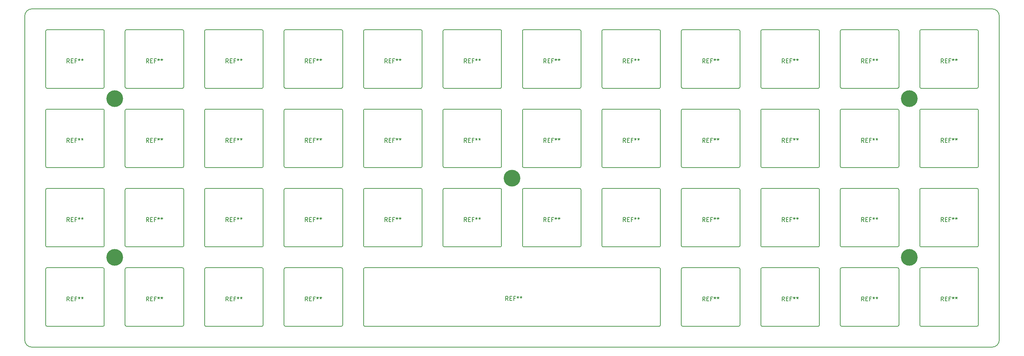
<source format=gtl>
G04 #@! TF.GenerationSoftware,KiCad,Pcbnew,5.0.1*
G04 #@! TF.CreationDate,2019-03-13T00:05:53-03:00*
G04 #@! TF.ProjectId,universal,756E6976657273616C2E6B696361645F,V3.0.7*
G04 #@! TF.SameCoordinates,Original*
G04 #@! TF.FileFunction,Copper,L1,Top,Signal*
G04 #@! TF.FilePolarity,Positive*
%FSLAX46Y46*%
G04 Gerber Fmt 4.6, Leading zero omitted, Abs format (unit mm)*
G04 Created by KiCad (PCBNEW 5.0.1) date Wed 13 Mar 2019 12:05:53 AM -03*
%MOMM*%
%LPD*%
G01*
G04 APERTURE LIST*
G04 #@! TA.AperFunction,NonConductor*
%ADD10C,0.150000*%
G04 #@! TD*
%ADD11C,0.150000*%
G04 #@! TA.AperFunction,EtchedComponent*
%ADD12C,0.150000*%
G04 #@! TD*
G04 #@! TA.AperFunction,ViaPad*
%ADD13C,4.000000*%
G04 #@! TD*
G04 APERTURE END LIST*
D10*
X31939170Y-64000682D02*
G75*
G02X33720426Y-62219426I1781256J0D01*
G01*
X31939170Y-64000682D02*
X31939170Y-141485318D01*
X33720426Y-143266574D02*
G75*
G02X31939170Y-141485318I0J1781256D01*
G01*
X264986830Y-141485318D02*
X264986830Y-64000682D01*
X264986830Y-141485318D02*
G75*
G02X263205574Y-143266574I-1781256J0D01*
G01*
X263205574Y-62219426D02*
G75*
G02X264986830Y-64000682I0J-1781256D01*
G01*
X33720426Y-143266574D02*
X263205574Y-143266574D01*
X33720426Y-62219426D02*
X263205574Y-62219426D01*
G04 #@! TO.C,REF\002A\002A*
D11*
X232629666Y-132195380D02*
X232296333Y-131719190D01*
X232058238Y-132195380D02*
X232058238Y-131195380D01*
X232439190Y-131195380D01*
X232534428Y-131243000D01*
X232582047Y-131290619D01*
X232629666Y-131385857D01*
X232629666Y-131528714D01*
X232582047Y-131623952D01*
X232534428Y-131671571D01*
X232439190Y-131719190D01*
X232058238Y-131719190D01*
X233058238Y-131671571D02*
X233391571Y-131671571D01*
X233534428Y-132195380D02*
X233058238Y-132195380D01*
X233058238Y-131195380D01*
X233534428Y-131195380D01*
X234296333Y-131671571D02*
X233963000Y-131671571D01*
X233963000Y-132195380D02*
X233963000Y-131195380D01*
X234439190Y-131195380D01*
X234963000Y-131195380D02*
X234963000Y-131433476D01*
X234724904Y-131338238D02*
X234963000Y-131433476D01*
X235201095Y-131338238D01*
X234820142Y-131623952D02*
X234963000Y-131433476D01*
X235105857Y-131623952D01*
X235724904Y-131195380D02*
X235724904Y-131433476D01*
X235486809Y-131338238D02*
X235724904Y-131433476D01*
X235963000Y-131338238D01*
X235582047Y-131623952D02*
X235724904Y-131433476D01*
X235867761Y-131623952D01*
X232629666Y-113195380D02*
X232296333Y-112719190D01*
X232058238Y-113195380D02*
X232058238Y-112195380D01*
X232439190Y-112195380D01*
X232534428Y-112243000D01*
X232582047Y-112290619D01*
X232629666Y-112385857D01*
X232629666Y-112528714D01*
X232582047Y-112623952D01*
X232534428Y-112671571D01*
X232439190Y-112719190D01*
X232058238Y-112719190D01*
X233058238Y-112671571D02*
X233391571Y-112671571D01*
X233534428Y-113195380D02*
X233058238Y-113195380D01*
X233058238Y-112195380D01*
X233534428Y-112195380D01*
X234296333Y-112671571D02*
X233963000Y-112671571D01*
X233963000Y-113195380D02*
X233963000Y-112195380D01*
X234439190Y-112195380D01*
X234963000Y-112195380D02*
X234963000Y-112433476D01*
X234724904Y-112338238D02*
X234963000Y-112433476D01*
X235201095Y-112338238D01*
X234820142Y-112623952D02*
X234963000Y-112433476D01*
X235105857Y-112623952D01*
X235724904Y-112195380D02*
X235724904Y-112433476D01*
X235486809Y-112338238D02*
X235724904Y-112433476D01*
X235963000Y-112338238D01*
X235582047Y-112623952D02*
X235724904Y-112433476D01*
X235867761Y-112623952D01*
X232629666Y-75195380D02*
X232296333Y-74719190D01*
X232058238Y-75195380D02*
X232058238Y-74195380D01*
X232439190Y-74195380D01*
X232534428Y-74243000D01*
X232582047Y-74290619D01*
X232629666Y-74385857D01*
X232629666Y-74528714D01*
X232582047Y-74623952D01*
X232534428Y-74671571D01*
X232439190Y-74719190D01*
X232058238Y-74719190D01*
X233058238Y-74671571D02*
X233391571Y-74671571D01*
X233534428Y-75195380D02*
X233058238Y-75195380D01*
X233058238Y-74195380D01*
X233534428Y-74195380D01*
X234296333Y-74671571D02*
X233963000Y-74671571D01*
X233963000Y-75195380D02*
X233963000Y-74195380D01*
X234439190Y-74195380D01*
X234963000Y-74195380D02*
X234963000Y-74433476D01*
X234724904Y-74338238D02*
X234963000Y-74433476D01*
X235201095Y-74338238D01*
X234820142Y-74623952D02*
X234963000Y-74433476D01*
X235105857Y-74623952D01*
X235724904Y-74195380D02*
X235724904Y-74433476D01*
X235486809Y-74338238D02*
X235724904Y-74433476D01*
X235963000Y-74338238D01*
X235582047Y-74623952D02*
X235724904Y-74433476D01*
X235867761Y-74623952D01*
X80629666Y-132195380D02*
X80296333Y-131719190D01*
X80058238Y-132195380D02*
X80058238Y-131195380D01*
X80439190Y-131195380D01*
X80534428Y-131243000D01*
X80582047Y-131290619D01*
X80629666Y-131385857D01*
X80629666Y-131528714D01*
X80582047Y-131623952D01*
X80534428Y-131671571D01*
X80439190Y-131719190D01*
X80058238Y-131719190D01*
X81058238Y-131671571D02*
X81391571Y-131671571D01*
X81534428Y-132195380D02*
X81058238Y-132195380D01*
X81058238Y-131195380D01*
X81534428Y-131195380D01*
X82296333Y-131671571D02*
X81963000Y-131671571D01*
X81963000Y-132195380D02*
X81963000Y-131195380D01*
X82439190Y-131195380D01*
X82963000Y-131195380D02*
X82963000Y-131433476D01*
X82724904Y-131338238D02*
X82963000Y-131433476D01*
X83201095Y-131338238D01*
X82820142Y-131623952D02*
X82963000Y-131433476D01*
X83105857Y-131623952D01*
X83724904Y-131195380D02*
X83724904Y-131433476D01*
X83486809Y-131338238D02*
X83724904Y-131433476D01*
X83963000Y-131338238D01*
X83582047Y-131623952D02*
X83724904Y-131433476D01*
X83867761Y-131623952D01*
X251629666Y-132195380D02*
X251296333Y-131719190D01*
X251058238Y-132195380D02*
X251058238Y-131195380D01*
X251439190Y-131195380D01*
X251534428Y-131243000D01*
X251582047Y-131290619D01*
X251629666Y-131385857D01*
X251629666Y-131528714D01*
X251582047Y-131623952D01*
X251534428Y-131671571D01*
X251439190Y-131719190D01*
X251058238Y-131719190D01*
X252058238Y-131671571D02*
X252391571Y-131671571D01*
X252534428Y-132195380D02*
X252058238Y-132195380D01*
X252058238Y-131195380D01*
X252534428Y-131195380D01*
X253296333Y-131671571D02*
X252963000Y-131671571D01*
X252963000Y-132195380D02*
X252963000Y-131195380D01*
X253439190Y-131195380D01*
X253963000Y-131195380D02*
X253963000Y-131433476D01*
X253724904Y-131338238D02*
X253963000Y-131433476D01*
X254201095Y-131338238D01*
X253820142Y-131623952D02*
X253963000Y-131433476D01*
X254105857Y-131623952D01*
X254724904Y-131195380D02*
X254724904Y-131433476D01*
X254486809Y-131338238D02*
X254724904Y-131433476D01*
X254963000Y-131338238D01*
X254582047Y-131623952D02*
X254724904Y-131433476D01*
X254867761Y-131623952D01*
X194629666Y-132195380D02*
X194296333Y-131719190D01*
X194058238Y-132195380D02*
X194058238Y-131195380D01*
X194439190Y-131195380D01*
X194534428Y-131243000D01*
X194582047Y-131290619D01*
X194629666Y-131385857D01*
X194629666Y-131528714D01*
X194582047Y-131623952D01*
X194534428Y-131671571D01*
X194439190Y-131719190D01*
X194058238Y-131719190D01*
X195058238Y-131671571D02*
X195391571Y-131671571D01*
X195534428Y-132195380D02*
X195058238Y-132195380D01*
X195058238Y-131195380D01*
X195534428Y-131195380D01*
X196296333Y-131671571D02*
X195963000Y-131671571D01*
X195963000Y-132195380D02*
X195963000Y-131195380D01*
X196439190Y-131195380D01*
X196963000Y-131195380D02*
X196963000Y-131433476D01*
X196724904Y-131338238D02*
X196963000Y-131433476D01*
X197201095Y-131338238D01*
X196820142Y-131623952D02*
X196963000Y-131433476D01*
X197105857Y-131623952D01*
X197724904Y-131195380D02*
X197724904Y-131433476D01*
X197486809Y-131338238D02*
X197724904Y-131433476D01*
X197963000Y-131338238D01*
X197582047Y-131623952D02*
X197724904Y-131433476D01*
X197867761Y-131623952D01*
X99629666Y-132195380D02*
X99296333Y-131719190D01*
X99058238Y-132195380D02*
X99058238Y-131195380D01*
X99439190Y-131195380D01*
X99534428Y-131243000D01*
X99582047Y-131290619D01*
X99629666Y-131385857D01*
X99629666Y-131528714D01*
X99582047Y-131623952D01*
X99534428Y-131671571D01*
X99439190Y-131719190D01*
X99058238Y-131719190D01*
X100058238Y-131671571D02*
X100391571Y-131671571D01*
X100534428Y-132195380D02*
X100058238Y-132195380D01*
X100058238Y-131195380D01*
X100534428Y-131195380D01*
X101296333Y-131671571D02*
X100963000Y-131671571D01*
X100963000Y-132195380D02*
X100963000Y-131195380D01*
X101439190Y-131195380D01*
X101963000Y-131195380D02*
X101963000Y-131433476D01*
X101724904Y-131338238D02*
X101963000Y-131433476D01*
X102201095Y-131338238D01*
X101820142Y-131623952D02*
X101963000Y-131433476D01*
X102105857Y-131623952D01*
X102724904Y-131195380D02*
X102724904Y-131433476D01*
X102486809Y-131338238D02*
X102724904Y-131433476D01*
X102963000Y-131338238D01*
X102582047Y-131623952D02*
X102724904Y-131433476D01*
X102867761Y-131623952D01*
X213629666Y-132195380D02*
X213296333Y-131719190D01*
X213058238Y-132195380D02*
X213058238Y-131195380D01*
X213439190Y-131195380D01*
X213534428Y-131243000D01*
X213582047Y-131290619D01*
X213629666Y-131385857D01*
X213629666Y-131528714D01*
X213582047Y-131623952D01*
X213534428Y-131671571D01*
X213439190Y-131719190D01*
X213058238Y-131719190D01*
X214058238Y-131671571D02*
X214391571Y-131671571D01*
X214534428Y-132195380D02*
X214058238Y-132195380D01*
X214058238Y-131195380D01*
X214534428Y-131195380D01*
X215296333Y-131671571D02*
X214963000Y-131671571D01*
X214963000Y-132195380D02*
X214963000Y-131195380D01*
X215439190Y-131195380D01*
X215963000Y-131195380D02*
X215963000Y-131433476D01*
X215724904Y-131338238D02*
X215963000Y-131433476D01*
X216201095Y-131338238D01*
X215820142Y-131623952D02*
X215963000Y-131433476D01*
X216105857Y-131623952D01*
X216724904Y-131195380D02*
X216724904Y-131433476D01*
X216486809Y-131338238D02*
X216724904Y-131433476D01*
X216963000Y-131338238D01*
X216582047Y-131623952D02*
X216724904Y-131433476D01*
X216867761Y-131623952D01*
X61629666Y-132195380D02*
X61296333Y-131719190D01*
X61058238Y-132195380D02*
X61058238Y-131195380D01*
X61439190Y-131195380D01*
X61534428Y-131243000D01*
X61582047Y-131290619D01*
X61629666Y-131385857D01*
X61629666Y-131528714D01*
X61582047Y-131623952D01*
X61534428Y-131671571D01*
X61439190Y-131719190D01*
X61058238Y-131719190D01*
X62058238Y-131671571D02*
X62391571Y-131671571D01*
X62534428Y-132195380D02*
X62058238Y-132195380D01*
X62058238Y-131195380D01*
X62534428Y-131195380D01*
X63296333Y-131671571D02*
X62963000Y-131671571D01*
X62963000Y-132195380D02*
X62963000Y-131195380D01*
X63439190Y-131195380D01*
X63963000Y-131195380D02*
X63963000Y-131433476D01*
X63724904Y-131338238D02*
X63963000Y-131433476D01*
X64201095Y-131338238D01*
X63820142Y-131623952D02*
X63963000Y-131433476D01*
X64105857Y-131623952D01*
X64724904Y-131195380D02*
X64724904Y-131433476D01*
X64486809Y-131338238D02*
X64724904Y-131433476D01*
X64963000Y-131338238D01*
X64582047Y-131623952D02*
X64724904Y-131433476D01*
X64867761Y-131623952D01*
X42629666Y-132195380D02*
X42296333Y-131719190D01*
X42058238Y-132195380D02*
X42058238Y-131195380D01*
X42439190Y-131195380D01*
X42534428Y-131243000D01*
X42582047Y-131290619D01*
X42629666Y-131385857D01*
X42629666Y-131528714D01*
X42582047Y-131623952D01*
X42534428Y-131671571D01*
X42439190Y-131719190D01*
X42058238Y-131719190D01*
X43058238Y-131671571D02*
X43391571Y-131671571D01*
X43534428Y-132195380D02*
X43058238Y-132195380D01*
X43058238Y-131195380D01*
X43534428Y-131195380D01*
X44296333Y-131671571D02*
X43963000Y-131671571D01*
X43963000Y-132195380D02*
X43963000Y-131195380D01*
X44439190Y-131195380D01*
X44963000Y-131195380D02*
X44963000Y-131433476D01*
X44724904Y-131338238D02*
X44963000Y-131433476D01*
X45201095Y-131338238D01*
X44820142Y-131623952D02*
X44963000Y-131433476D01*
X45105857Y-131623952D01*
X45724904Y-131195380D02*
X45724904Y-131433476D01*
X45486809Y-131338238D02*
X45724904Y-131433476D01*
X45963000Y-131338238D01*
X45582047Y-131623952D02*
X45724904Y-131433476D01*
X45867761Y-131623952D01*
X194629666Y-113195380D02*
X194296333Y-112719190D01*
X194058238Y-113195380D02*
X194058238Y-112195380D01*
X194439190Y-112195380D01*
X194534428Y-112243000D01*
X194582047Y-112290619D01*
X194629666Y-112385857D01*
X194629666Y-112528714D01*
X194582047Y-112623952D01*
X194534428Y-112671571D01*
X194439190Y-112719190D01*
X194058238Y-112719190D01*
X195058238Y-112671571D02*
X195391571Y-112671571D01*
X195534428Y-113195380D02*
X195058238Y-113195380D01*
X195058238Y-112195380D01*
X195534428Y-112195380D01*
X196296333Y-112671571D02*
X195963000Y-112671571D01*
X195963000Y-113195380D02*
X195963000Y-112195380D01*
X196439190Y-112195380D01*
X196963000Y-112195380D02*
X196963000Y-112433476D01*
X196724904Y-112338238D02*
X196963000Y-112433476D01*
X197201095Y-112338238D01*
X196820142Y-112623952D02*
X196963000Y-112433476D01*
X197105857Y-112623952D01*
X197724904Y-112195380D02*
X197724904Y-112433476D01*
X197486809Y-112338238D02*
X197724904Y-112433476D01*
X197963000Y-112338238D01*
X197582047Y-112623952D02*
X197724904Y-112433476D01*
X197867761Y-112623952D01*
X251629666Y-113195380D02*
X251296333Y-112719190D01*
X251058238Y-113195380D02*
X251058238Y-112195380D01*
X251439190Y-112195380D01*
X251534428Y-112243000D01*
X251582047Y-112290619D01*
X251629666Y-112385857D01*
X251629666Y-112528714D01*
X251582047Y-112623952D01*
X251534428Y-112671571D01*
X251439190Y-112719190D01*
X251058238Y-112719190D01*
X252058238Y-112671571D02*
X252391571Y-112671571D01*
X252534428Y-113195380D02*
X252058238Y-113195380D01*
X252058238Y-112195380D01*
X252534428Y-112195380D01*
X253296333Y-112671571D02*
X252963000Y-112671571D01*
X252963000Y-113195380D02*
X252963000Y-112195380D01*
X253439190Y-112195380D01*
X253963000Y-112195380D02*
X253963000Y-112433476D01*
X253724904Y-112338238D02*
X253963000Y-112433476D01*
X254201095Y-112338238D01*
X253820142Y-112623952D02*
X253963000Y-112433476D01*
X254105857Y-112623952D01*
X254724904Y-112195380D02*
X254724904Y-112433476D01*
X254486809Y-112338238D02*
X254724904Y-112433476D01*
X254963000Y-112338238D01*
X254582047Y-112623952D02*
X254724904Y-112433476D01*
X254867761Y-112623952D01*
X80629666Y-113195380D02*
X80296333Y-112719190D01*
X80058238Y-113195380D02*
X80058238Y-112195380D01*
X80439190Y-112195380D01*
X80534428Y-112243000D01*
X80582047Y-112290619D01*
X80629666Y-112385857D01*
X80629666Y-112528714D01*
X80582047Y-112623952D01*
X80534428Y-112671571D01*
X80439190Y-112719190D01*
X80058238Y-112719190D01*
X81058238Y-112671571D02*
X81391571Y-112671571D01*
X81534428Y-113195380D02*
X81058238Y-113195380D01*
X81058238Y-112195380D01*
X81534428Y-112195380D01*
X82296333Y-112671571D02*
X81963000Y-112671571D01*
X81963000Y-113195380D02*
X81963000Y-112195380D01*
X82439190Y-112195380D01*
X82963000Y-112195380D02*
X82963000Y-112433476D01*
X82724904Y-112338238D02*
X82963000Y-112433476D01*
X83201095Y-112338238D01*
X82820142Y-112623952D02*
X82963000Y-112433476D01*
X83105857Y-112623952D01*
X83724904Y-112195380D02*
X83724904Y-112433476D01*
X83486809Y-112338238D02*
X83724904Y-112433476D01*
X83963000Y-112338238D01*
X83582047Y-112623952D02*
X83724904Y-112433476D01*
X83867761Y-112623952D01*
X175629666Y-113195380D02*
X175296333Y-112719190D01*
X175058238Y-113195380D02*
X175058238Y-112195380D01*
X175439190Y-112195380D01*
X175534428Y-112243000D01*
X175582047Y-112290619D01*
X175629666Y-112385857D01*
X175629666Y-112528714D01*
X175582047Y-112623952D01*
X175534428Y-112671571D01*
X175439190Y-112719190D01*
X175058238Y-112719190D01*
X176058238Y-112671571D02*
X176391571Y-112671571D01*
X176534428Y-113195380D02*
X176058238Y-113195380D01*
X176058238Y-112195380D01*
X176534428Y-112195380D01*
X177296333Y-112671571D02*
X176963000Y-112671571D01*
X176963000Y-113195380D02*
X176963000Y-112195380D01*
X177439190Y-112195380D01*
X177963000Y-112195380D02*
X177963000Y-112433476D01*
X177724904Y-112338238D02*
X177963000Y-112433476D01*
X178201095Y-112338238D01*
X177820142Y-112623952D02*
X177963000Y-112433476D01*
X178105857Y-112623952D01*
X178724904Y-112195380D02*
X178724904Y-112433476D01*
X178486809Y-112338238D02*
X178724904Y-112433476D01*
X178963000Y-112338238D01*
X178582047Y-112623952D02*
X178724904Y-112433476D01*
X178867761Y-112623952D01*
X61629666Y-113195380D02*
X61296333Y-112719190D01*
X61058238Y-113195380D02*
X61058238Y-112195380D01*
X61439190Y-112195380D01*
X61534428Y-112243000D01*
X61582047Y-112290619D01*
X61629666Y-112385857D01*
X61629666Y-112528714D01*
X61582047Y-112623952D01*
X61534428Y-112671571D01*
X61439190Y-112719190D01*
X61058238Y-112719190D01*
X62058238Y-112671571D02*
X62391571Y-112671571D01*
X62534428Y-113195380D02*
X62058238Y-113195380D01*
X62058238Y-112195380D01*
X62534428Y-112195380D01*
X63296333Y-112671571D02*
X62963000Y-112671571D01*
X62963000Y-113195380D02*
X62963000Y-112195380D01*
X63439190Y-112195380D01*
X63963000Y-112195380D02*
X63963000Y-112433476D01*
X63724904Y-112338238D02*
X63963000Y-112433476D01*
X64201095Y-112338238D01*
X63820142Y-112623952D02*
X63963000Y-112433476D01*
X64105857Y-112623952D01*
X64724904Y-112195380D02*
X64724904Y-112433476D01*
X64486809Y-112338238D02*
X64724904Y-112433476D01*
X64963000Y-112338238D01*
X64582047Y-112623952D02*
X64724904Y-112433476D01*
X64867761Y-112623952D01*
X42629666Y-113195380D02*
X42296333Y-112719190D01*
X42058238Y-113195380D02*
X42058238Y-112195380D01*
X42439190Y-112195380D01*
X42534428Y-112243000D01*
X42582047Y-112290619D01*
X42629666Y-112385857D01*
X42629666Y-112528714D01*
X42582047Y-112623952D01*
X42534428Y-112671571D01*
X42439190Y-112719190D01*
X42058238Y-112719190D01*
X43058238Y-112671571D02*
X43391571Y-112671571D01*
X43534428Y-113195380D02*
X43058238Y-113195380D01*
X43058238Y-112195380D01*
X43534428Y-112195380D01*
X44296333Y-112671571D02*
X43963000Y-112671571D01*
X43963000Y-113195380D02*
X43963000Y-112195380D01*
X44439190Y-112195380D01*
X44963000Y-112195380D02*
X44963000Y-112433476D01*
X44724904Y-112338238D02*
X44963000Y-112433476D01*
X45201095Y-112338238D01*
X44820142Y-112623952D02*
X44963000Y-112433476D01*
X45105857Y-112623952D01*
X45724904Y-112195380D02*
X45724904Y-112433476D01*
X45486809Y-112338238D02*
X45724904Y-112433476D01*
X45963000Y-112338238D01*
X45582047Y-112623952D02*
X45724904Y-112433476D01*
X45867761Y-112623952D01*
X137629666Y-113195380D02*
X137296333Y-112719190D01*
X137058238Y-113195380D02*
X137058238Y-112195380D01*
X137439190Y-112195380D01*
X137534428Y-112243000D01*
X137582047Y-112290619D01*
X137629666Y-112385857D01*
X137629666Y-112528714D01*
X137582047Y-112623952D01*
X137534428Y-112671571D01*
X137439190Y-112719190D01*
X137058238Y-112719190D01*
X138058238Y-112671571D02*
X138391571Y-112671571D01*
X138534428Y-113195380D02*
X138058238Y-113195380D01*
X138058238Y-112195380D01*
X138534428Y-112195380D01*
X139296333Y-112671571D02*
X138963000Y-112671571D01*
X138963000Y-113195380D02*
X138963000Y-112195380D01*
X139439190Y-112195380D01*
X139963000Y-112195380D02*
X139963000Y-112433476D01*
X139724904Y-112338238D02*
X139963000Y-112433476D01*
X140201095Y-112338238D01*
X139820142Y-112623952D02*
X139963000Y-112433476D01*
X140105857Y-112623952D01*
X140724904Y-112195380D02*
X140724904Y-112433476D01*
X140486809Y-112338238D02*
X140724904Y-112433476D01*
X140963000Y-112338238D01*
X140582047Y-112623952D02*
X140724904Y-112433476D01*
X140867761Y-112623952D01*
X156629666Y-113195380D02*
X156296333Y-112719190D01*
X156058238Y-113195380D02*
X156058238Y-112195380D01*
X156439190Y-112195380D01*
X156534428Y-112243000D01*
X156582047Y-112290619D01*
X156629666Y-112385857D01*
X156629666Y-112528714D01*
X156582047Y-112623952D01*
X156534428Y-112671571D01*
X156439190Y-112719190D01*
X156058238Y-112719190D01*
X157058238Y-112671571D02*
X157391571Y-112671571D01*
X157534428Y-113195380D02*
X157058238Y-113195380D01*
X157058238Y-112195380D01*
X157534428Y-112195380D01*
X158296333Y-112671571D02*
X157963000Y-112671571D01*
X157963000Y-113195380D02*
X157963000Y-112195380D01*
X158439190Y-112195380D01*
X158963000Y-112195380D02*
X158963000Y-112433476D01*
X158724904Y-112338238D02*
X158963000Y-112433476D01*
X159201095Y-112338238D01*
X158820142Y-112623952D02*
X158963000Y-112433476D01*
X159105857Y-112623952D01*
X159724904Y-112195380D02*
X159724904Y-112433476D01*
X159486809Y-112338238D02*
X159724904Y-112433476D01*
X159963000Y-112338238D01*
X159582047Y-112623952D02*
X159724904Y-112433476D01*
X159867761Y-112623952D01*
X99629666Y-113195380D02*
X99296333Y-112719190D01*
X99058238Y-113195380D02*
X99058238Y-112195380D01*
X99439190Y-112195380D01*
X99534428Y-112243000D01*
X99582047Y-112290619D01*
X99629666Y-112385857D01*
X99629666Y-112528714D01*
X99582047Y-112623952D01*
X99534428Y-112671571D01*
X99439190Y-112719190D01*
X99058238Y-112719190D01*
X100058238Y-112671571D02*
X100391571Y-112671571D01*
X100534428Y-113195380D02*
X100058238Y-113195380D01*
X100058238Y-112195380D01*
X100534428Y-112195380D01*
X101296333Y-112671571D02*
X100963000Y-112671571D01*
X100963000Y-113195380D02*
X100963000Y-112195380D01*
X101439190Y-112195380D01*
X101963000Y-112195380D02*
X101963000Y-112433476D01*
X101724904Y-112338238D02*
X101963000Y-112433476D01*
X102201095Y-112338238D01*
X101820142Y-112623952D02*
X101963000Y-112433476D01*
X102105857Y-112623952D01*
X102724904Y-112195380D02*
X102724904Y-112433476D01*
X102486809Y-112338238D02*
X102724904Y-112433476D01*
X102963000Y-112338238D01*
X102582047Y-112623952D02*
X102724904Y-112433476D01*
X102867761Y-112623952D01*
X213629666Y-113195380D02*
X213296333Y-112719190D01*
X213058238Y-113195380D02*
X213058238Y-112195380D01*
X213439190Y-112195380D01*
X213534428Y-112243000D01*
X213582047Y-112290619D01*
X213629666Y-112385857D01*
X213629666Y-112528714D01*
X213582047Y-112623952D01*
X213534428Y-112671571D01*
X213439190Y-112719190D01*
X213058238Y-112719190D01*
X214058238Y-112671571D02*
X214391571Y-112671571D01*
X214534428Y-113195380D02*
X214058238Y-113195380D01*
X214058238Y-112195380D01*
X214534428Y-112195380D01*
X215296333Y-112671571D02*
X214963000Y-112671571D01*
X214963000Y-113195380D02*
X214963000Y-112195380D01*
X215439190Y-112195380D01*
X215963000Y-112195380D02*
X215963000Y-112433476D01*
X215724904Y-112338238D02*
X215963000Y-112433476D01*
X216201095Y-112338238D01*
X215820142Y-112623952D02*
X215963000Y-112433476D01*
X216105857Y-112623952D01*
X216724904Y-112195380D02*
X216724904Y-112433476D01*
X216486809Y-112338238D02*
X216724904Y-112433476D01*
X216963000Y-112338238D01*
X216582047Y-112623952D02*
X216724904Y-112433476D01*
X216867761Y-112623952D01*
X118629666Y-113195380D02*
X118296333Y-112719190D01*
X118058238Y-113195380D02*
X118058238Y-112195380D01*
X118439190Y-112195380D01*
X118534428Y-112243000D01*
X118582047Y-112290619D01*
X118629666Y-112385857D01*
X118629666Y-112528714D01*
X118582047Y-112623952D01*
X118534428Y-112671571D01*
X118439190Y-112719190D01*
X118058238Y-112719190D01*
X119058238Y-112671571D02*
X119391571Y-112671571D01*
X119534428Y-113195380D02*
X119058238Y-113195380D01*
X119058238Y-112195380D01*
X119534428Y-112195380D01*
X120296333Y-112671571D02*
X119963000Y-112671571D01*
X119963000Y-113195380D02*
X119963000Y-112195380D01*
X120439190Y-112195380D01*
X120963000Y-112195380D02*
X120963000Y-112433476D01*
X120724904Y-112338238D02*
X120963000Y-112433476D01*
X121201095Y-112338238D01*
X120820142Y-112623952D02*
X120963000Y-112433476D01*
X121105857Y-112623952D01*
X121724904Y-112195380D02*
X121724904Y-112433476D01*
X121486809Y-112338238D02*
X121724904Y-112433476D01*
X121963000Y-112338238D01*
X121582047Y-112623952D02*
X121724904Y-112433476D01*
X121867761Y-112623952D01*
X118629666Y-75195380D02*
X118296333Y-74719190D01*
X118058238Y-75195380D02*
X118058238Y-74195380D01*
X118439190Y-74195380D01*
X118534428Y-74243000D01*
X118582047Y-74290619D01*
X118629666Y-74385857D01*
X118629666Y-74528714D01*
X118582047Y-74623952D01*
X118534428Y-74671571D01*
X118439190Y-74719190D01*
X118058238Y-74719190D01*
X119058238Y-74671571D02*
X119391571Y-74671571D01*
X119534428Y-75195380D02*
X119058238Y-75195380D01*
X119058238Y-74195380D01*
X119534428Y-74195380D01*
X120296333Y-74671571D02*
X119963000Y-74671571D01*
X119963000Y-75195380D02*
X119963000Y-74195380D01*
X120439190Y-74195380D01*
X120963000Y-74195380D02*
X120963000Y-74433476D01*
X120724904Y-74338238D02*
X120963000Y-74433476D01*
X121201095Y-74338238D01*
X120820142Y-74623952D02*
X120963000Y-74433476D01*
X121105857Y-74623952D01*
X121724904Y-74195380D02*
X121724904Y-74433476D01*
X121486809Y-74338238D02*
X121724904Y-74433476D01*
X121963000Y-74338238D01*
X121582047Y-74623952D02*
X121724904Y-74433476D01*
X121867761Y-74623952D01*
X156629666Y-75195380D02*
X156296333Y-74719190D01*
X156058238Y-75195380D02*
X156058238Y-74195380D01*
X156439190Y-74195380D01*
X156534428Y-74243000D01*
X156582047Y-74290619D01*
X156629666Y-74385857D01*
X156629666Y-74528714D01*
X156582047Y-74623952D01*
X156534428Y-74671571D01*
X156439190Y-74719190D01*
X156058238Y-74719190D01*
X157058238Y-74671571D02*
X157391571Y-74671571D01*
X157534428Y-75195380D02*
X157058238Y-75195380D01*
X157058238Y-74195380D01*
X157534428Y-74195380D01*
X158296333Y-74671571D02*
X157963000Y-74671571D01*
X157963000Y-75195380D02*
X157963000Y-74195380D01*
X158439190Y-74195380D01*
X158963000Y-74195380D02*
X158963000Y-74433476D01*
X158724904Y-74338238D02*
X158963000Y-74433476D01*
X159201095Y-74338238D01*
X158820142Y-74623952D02*
X158963000Y-74433476D01*
X159105857Y-74623952D01*
X159724904Y-74195380D02*
X159724904Y-74433476D01*
X159486809Y-74338238D02*
X159724904Y-74433476D01*
X159963000Y-74338238D01*
X159582047Y-74623952D02*
X159724904Y-74433476D01*
X159867761Y-74623952D01*
X137629666Y-75195380D02*
X137296333Y-74719190D01*
X137058238Y-75195380D02*
X137058238Y-74195380D01*
X137439190Y-74195380D01*
X137534428Y-74243000D01*
X137582047Y-74290619D01*
X137629666Y-74385857D01*
X137629666Y-74528714D01*
X137582047Y-74623952D01*
X137534428Y-74671571D01*
X137439190Y-74719190D01*
X137058238Y-74719190D01*
X138058238Y-74671571D02*
X138391571Y-74671571D01*
X138534428Y-75195380D02*
X138058238Y-75195380D01*
X138058238Y-74195380D01*
X138534428Y-74195380D01*
X139296333Y-74671571D02*
X138963000Y-74671571D01*
X138963000Y-75195380D02*
X138963000Y-74195380D01*
X139439190Y-74195380D01*
X139963000Y-74195380D02*
X139963000Y-74433476D01*
X139724904Y-74338238D02*
X139963000Y-74433476D01*
X140201095Y-74338238D01*
X139820142Y-74623952D02*
X139963000Y-74433476D01*
X140105857Y-74623952D01*
X140724904Y-74195380D02*
X140724904Y-74433476D01*
X140486809Y-74338238D02*
X140724904Y-74433476D01*
X140963000Y-74338238D01*
X140582047Y-74623952D02*
X140724904Y-74433476D01*
X140867761Y-74623952D01*
X99629666Y-75195380D02*
X99296333Y-74719190D01*
X99058238Y-75195380D02*
X99058238Y-74195380D01*
X99439190Y-74195380D01*
X99534428Y-74243000D01*
X99582047Y-74290619D01*
X99629666Y-74385857D01*
X99629666Y-74528714D01*
X99582047Y-74623952D01*
X99534428Y-74671571D01*
X99439190Y-74719190D01*
X99058238Y-74719190D01*
X100058238Y-74671571D02*
X100391571Y-74671571D01*
X100534428Y-75195380D02*
X100058238Y-75195380D01*
X100058238Y-74195380D01*
X100534428Y-74195380D01*
X101296333Y-74671571D02*
X100963000Y-74671571D01*
X100963000Y-75195380D02*
X100963000Y-74195380D01*
X101439190Y-74195380D01*
X101963000Y-74195380D02*
X101963000Y-74433476D01*
X101724904Y-74338238D02*
X101963000Y-74433476D01*
X102201095Y-74338238D01*
X101820142Y-74623952D02*
X101963000Y-74433476D01*
X102105857Y-74623952D01*
X102724904Y-74195380D02*
X102724904Y-74433476D01*
X102486809Y-74338238D02*
X102724904Y-74433476D01*
X102963000Y-74338238D01*
X102582047Y-74623952D02*
X102724904Y-74433476D01*
X102867761Y-74623952D01*
X194629666Y-75195380D02*
X194296333Y-74719190D01*
X194058238Y-75195380D02*
X194058238Y-74195380D01*
X194439190Y-74195380D01*
X194534428Y-74243000D01*
X194582047Y-74290619D01*
X194629666Y-74385857D01*
X194629666Y-74528714D01*
X194582047Y-74623952D01*
X194534428Y-74671571D01*
X194439190Y-74719190D01*
X194058238Y-74719190D01*
X195058238Y-74671571D02*
X195391571Y-74671571D01*
X195534428Y-75195380D02*
X195058238Y-75195380D01*
X195058238Y-74195380D01*
X195534428Y-74195380D01*
X196296333Y-74671571D02*
X195963000Y-74671571D01*
X195963000Y-75195380D02*
X195963000Y-74195380D01*
X196439190Y-74195380D01*
X196963000Y-74195380D02*
X196963000Y-74433476D01*
X196724904Y-74338238D02*
X196963000Y-74433476D01*
X197201095Y-74338238D01*
X196820142Y-74623952D02*
X196963000Y-74433476D01*
X197105857Y-74623952D01*
X197724904Y-74195380D02*
X197724904Y-74433476D01*
X197486809Y-74338238D02*
X197724904Y-74433476D01*
X197963000Y-74338238D01*
X197582047Y-74623952D02*
X197724904Y-74433476D01*
X197867761Y-74623952D01*
X175629666Y-75195380D02*
X175296333Y-74719190D01*
X175058238Y-75195380D02*
X175058238Y-74195380D01*
X175439190Y-74195380D01*
X175534428Y-74243000D01*
X175582047Y-74290619D01*
X175629666Y-74385857D01*
X175629666Y-74528714D01*
X175582047Y-74623952D01*
X175534428Y-74671571D01*
X175439190Y-74719190D01*
X175058238Y-74719190D01*
X176058238Y-74671571D02*
X176391571Y-74671571D01*
X176534428Y-75195380D02*
X176058238Y-75195380D01*
X176058238Y-74195380D01*
X176534428Y-74195380D01*
X177296333Y-74671571D02*
X176963000Y-74671571D01*
X176963000Y-75195380D02*
X176963000Y-74195380D01*
X177439190Y-74195380D01*
X177963000Y-74195380D02*
X177963000Y-74433476D01*
X177724904Y-74338238D02*
X177963000Y-74433476D01*
X178201095Y-74338238D01*
X177820142Y-74623952D02*
X177963000Y-74433476D01*
X178105857Y-74623952D01*
X178724904Y-74195380D02*
X178724904Y-74433476D01*
X178486809Y-74338238D02*
X178724904Y-74433476D01*
X178963000Y-74338238D01*
X178582047Y-74623952D02*
X178724904Y-74433476D01*
X178867761Y-74623952D01*
X251629666Y-75195380D02*
X251296333Y-74719190D01*
X251058238Y-75195380D02*
X251058238Y-74195380D01*
X251439190Y-74195380D01*
X251534428Y-74243000D01*
X251582047Y-74290619D01*
X251629666Y-74385857D01*
X251629666Y-74528714D01*
X251582047Y-74623952D01*
X251534428Y-74671571D01*
X251439190Y-74719190D01*
X251058238Y-74719190D01*
X252058238Y-74671571D02*
X252391571Y-74671571D01*
X252534428Y-75195380D02*
X252058238Y-75195380D01*
X252058238Y-74195380D01*
X252534428Y-74195380D01*
X253296333Y-74671571D02*
X252963000Y-74671571D01*
X252963000Y-75195380D02*
X252963000Y-74195380D01*
X253439190Y-74195380D01*
X253963000Y-74195380D02*
X253963000Y-74433476D01*
X253724904Y-74338238D02*
X253963000Y-74433476D01*
X254201095Y-74338238D01*
X253820142Y-74623952D02*
X253963000Y-74433476D01*
X254105857Y-74623952D01*
X254724904Y-74195380D02*
X254724904Y-74433476D01*
X254486809Y-74338238D02*
X254724904Y-74433476D01*
X254963000Y-74338238D01*
X254582047Y-74623952D02*
X254724904Y-74433476D01*
X254867761Y-74623952D01*
X80629666Y-75195380D02*
X80296333Y-74719190D01*
X80058238Y-75195380D02*
X80058238Y-74195380D01*
X80439190Y-74195380D01*
X80534428Y-74243000D01*
X80582047Y-74290619D01*
X80629666Y-74385857D01*
X80629666Y-74528714D01*
X80582047Y-74623952D01*
X80534428Y-74671571D01*
X80439190Y-74719190D01*
X80058238Y-74719190D01*
X81058238Y-74671571D02*
X81391571Y-74671571D01*
X81534428Y-75195380D02*
X81058238Y-75195380D01*
X81058238Y-74195380D01*
X81534428Y-74195380D01*
X82296333Y-74671571D02*
X81963000Y-74671571D01*
X81963000Y-75195380D02*
X81963000Y-74195380D01*
X82439190Y-74195380D01*
X82963000Y-74195380D02*
X82963000Y-74433476D01*
X82724904Y-74338238D02*
X82963000Y-74433476D01*
X83201095Y-74338238D01*
X82820142Y-74623952D02*
X82963000Y-74433476D01*
X83105857Y-74623952D01*
X83724904Y-74195380D02*
X83724904Y-74433476D01*
X83486809Y-74338238D02*
X83724904Y-74433476D01*
X83963000Y-74338238D01*
X83582047Y-74623952D02*
X83724904Y-74433476D01*
X83867761Y-74623952D01*
X61629666Y-75195380D02*
X61296333Y-74719190D01*
X61058238Y-75195380D02*
X61058238Y-74195380D01*
X61439190Y-74195380D01*
X61534428Y-74243000D01*
X61582047Y-74290619D01*
X61629666Y-74385857D01*
X61629666Y-74528714D01*
X61582047Y-74623952D01*
X61534428Y-74671571D01*
X61439190Y-74719190D01*
X61058238Y-74719190D01*
X62058238Y-74671571D02*
X62391571Y-74671571D01*
X62534428Y-75195380D02*
X62058238Y-75195380D01*
X62058238Y-74195380D01*
X62534428Y-74195380D01*
X63296333Y-74671571D02*
X62963000Y-74671571D01*
X62963000Y-75195380D02*
X62963000Y-74195380D01*
X63439190Y-74195380D01*
X63963000Y-74195380D02*
X63963000Y-74433476D01*
X63724904Y-74338238D02*
X63963000Y-74433476D01*
X64201095Y-74338238D01*
X63820142Y-74623952D02*
X63963000Y-74433476D01*
X64105857Y-74623952D01*
X64724904Y-74195380D02*
X64724904Y-74433476D01*
X64486809Y-74338238D02*
X64724904Y-74433476D01*
X64963000Y-74338238D01*
X64582047Y-74623952D02*
X64724904Y-74433476D01*
X64867761Y-74623952D01*
X213629666Y-75195380D02*
X213296333Y-74719190D01*
X213058238Y-75195380D02*
X213058238Y-74195380D01*
X213439190Y-74195380D01*
X213534428Y-74243000D01*
X213582047Y-74290619D01*
X213629666Y-74385857D01*
X213629666Y-74528714D01*
X213582047Y-74623952D01*
X213534428Y-74671571D01*
X213439190Y-74719190D01*
X213058238Y-74719190D01*
X214058238Y-74671571D02*
X214391571Y-74671571D01*
X214534428Y-75195380D02*
X214058238Y-75195380D01*
X214058238Y-74195380D01*
X214534428Y-74195380D01*
X215296333Y-74671571D02*
X214963000Y-74671571D01*
X214963000Y-75195380D02*
X214963000Y-74195380D01*
X215439190Y-74195380D01*
X215963000Y-74195380D02*
X215963000Y-74433476D01*
X215724904Y-74338238D02*
X215963000Y-74433476D01*
X216201095Y-74338238D01*
X215820142Y-74623952D02*
X215963000Y-74433476D01*
X216105857Y-74623952D01*
X216724904Y-74195380D02*
X216724904Y-74433476D01*
X216486809Y-74338238D02*
X216724904Y-74433476D01*
X216963000Y-74338238D01*
X216582047Y-74623952D02*
X216724904Y-74433476D01*
X216867761Y-74623952D01*
X42629666Y-75195380D02*
X42296333Y-74719190D01*
X42058238Y-75195380D02*
X42058238Y-74195380D01*
X42439190Y-74195380D01*
X42534428Y-74243000D01*
X42582047Y-74290619D01*
X42629666Y-74385857D01*
X42629666Y-74528714D01*
X42582047Y-74623952D01*
X42534428Y-74671571D01*
X42439190Y-74719190D01*
X42058238Y-74719190D01*
X43058238Y-74671571D02*
X43391571Y-74671571D01*
X43534428Y-75195380D02*
X43058238Y-75195380D01*
X43058238Y-74195380D01*
X43534428Y-74195380D01*
X44296333Y-74671571D02*
X43963000Y-74671571D01*
X43963000Y-75195380D02*
X43963000Y-74195380D01*
X44439190Y-74195380D01*
X44963000Y-74195380D02*
X44963000Y-74433476D01*
X44724904Y-74338238D02*
X44963000Y-74433476D01*
X45201095Y-74338238D01*
X44820142Y-74623952D02*
X44963000Y-74433476D01*
X45105857Y-74623952D01*
X45724904Y-74195380D02*
X45724904Y-74433476D01*
X45486809Y-74338238D02*
X45724904Y-74433476D01*
X45963000Y-74338238D01*
X45582047Y-74623952D02*
X45724904Y-74433476D01*
X45867761Y-74623952D01*
X251629666Y-94195380D02*
X251296333Y-93719190D01*
X251058238Y-94195380D02*
X251058238Y-93195380D01*
X251439190Y-93195380D01*
X251534428Y-93243000D01*
X251582047Y-93290619D01*
X251629666Y-93385857D01*
X251629666Y-93528714D01*
X251582047Y-93623952D01*
X251534428Y-93671571D01*
X251439190Y-93719190D01*
X251058238Y-93719190D01*
X252058238Y-93671571D02*
X252391571Y-93671571D01*
X252534428Y-94195380D02*
X252058238Y-94195380D01*
X252058238Y-93195380D01*
X252534428Y-93195380D01*
X253296333Y-93671571D02*
X252963000Y-93671571D01*
X252963000Y-94195380D02*
X252963000Y-93195380D01*
X253439190Y-93195380D01*
X253963000Y-93195380D02*
X253963000Y-93433476D01*
X253724904Y-93338238D02*
X253963000Y-93433476D01*
X254201095Y-93338238D01*
X253820142Y-93623952D02*
X253963000Y-93433476D01*
X254105857Y-93623952D01*
X254724904Y-93195380D02*
X254724904Y-93433476D01*
X254486809Y-93338238D02*
X254724904Y-93433476D01*
X254963000Y-93338238D01*
X254582047Y-93623952D02*
X254724904Y-93433476D01*
X254867761Y-93623952D01*
X232629666Y-94195380D02*
X232296333Y-93719190D01*
X232058238Y-94195380D02*
X232058238Y-93195380D01*
X232439190Y-93195380D01*
X232534428Y-93243000D01*
X232582047Y-93290619D01*
X232629666Y-93385857D01*
X232629666Y-93528714D01*
X232582047Y-93623952D01*
X232534428Y-93671571D01*
X232439190Y-93719190D01*
X232058238Y-93719190D01*
X233058238Y-93671571D02*
X233391571Y-93671571D01*
X233534428Y-94195380D02*
X233058238Y-94195380D01*
X233058238Y-93195380D01*
X233534428Y-93195380D01*
X234296333Y-93671571D02*
X233963000Y-93671571D01*
X233963000Y-94195380D02*
X233963000Y-93195380D01*
X234439190Y-93195380D01*
X234963000Y-93195380D02*
X234963000Y-93433476D01*
X234724904Y-93338238D02*
X234963000Y-93433476D01*
X235201095Y-93338238D01*
X234820142Y-93623952D02*
X234963000Y-93433476D01*
X235105857Y-93623952D01*
X235724904Y-93195380D02*
X235724904Y-93433476D01*
X235486809Y-93338238D02*
X235724904Y-93433476D01*
X235963000Y-93338238D01*
X235582047Y-93623952D02*
X235724904Y-93433476D01*
X235867761Y-93623952D01*
X213629666Y-94195380D02*
X213296333Y-93719190D01*
X213058238Y-94195380D02*
X213058238Y-93195380D01*
X213439190Y-93195380D01*
X213534428Y-93243000D01*
X213582047Y-93290619D01*
X213629666Y-93385857D01*
X213629666Y-93528714D01*
X213582047Y-93623952D01*
X213534428Y-93671571D01*
X213439190Y-93719190D01*
X213058238Y-93719190D01*
X214058238Y-93671571D02*
X214391571Y-93671571D01*
X214534428Y-94195380D02*
X214058238Y-94195380D01*
X214058238Y-93195380D01*
X214534428Y-93195380D01*
X215296333Y-93671571D02*
X214963000Y-93671571D01*
X214963000Y-94195380D02*
X214963000Y-93195380D01*
X215439190Y-93195380D01*
X215963000Y-93195380D02*
X215963000Y-93433476D01*
X215724904Y-93338238D02*
X215963000Y-93433476D01*
X216201095Y-93338238D01*
X215820142Y-93623952D02*
X215963000Y-93433476D01*
X216105857Y-93623952D01*
X216724904Y-93195380D02*
X216724904Y-93433476D01*
X216486809Y-93338238D02*
X216724904Y-93433476D01*
X216963000Y-93338238D01*
X216582047Y-93623952D02*
X216724904Y-93433476D01*
X216867761Y-93623952D01*
X194629666Y-94195380D02*
X194296333Y-93719190D01*
X194058238Y-94195380D02*
X194058238Y-93195380D01*
X194439190Y-93195380D01*
X194534428Y-93243000D01*
X194582047Y-93290619D01*
X194629666Y-93385857D01*
X194629666Y-93528714D01*
X194582047Y-93623952D01*
X194534428Y-93671571D01*
X194439190Y-93719190D01*
X194058238Y-93719190D01*
X195058238Y-93671571D02*
X195391571Y-93671571D01*
X195534428Y-94195380D02*
X195058238Y-94195380D01*
X195058238Y-93195380D01*
X195534428Y-93195380D01*
X196296333Y-93671571D02*
X195963000Y-93671571D01*
X195963000Y-94195380D02*
X195963000Y-93195380D01*
X196439190Y-93195380D01*
X196963000Y-93195380D02*
X196963000Y-93433476D01*
X196724904Y-93338238D02*
X196963000Y-93433476D01*
X197201095Y-93338238D01*
X196820142Y-93623952D02*
X196963000Y-93433476D01*
X197105857Y-93623952D01*
X197724904Y-93195380D02*
X197724904Y-93433476D01*
X197486809Y-93338238D02*
X197724904Y-93433476D01*
X197963000Y-93338238D01*
X197582047Y-93623952D02*
X197724904Y-93433476D01*
X197867761Y-93623952D01*
X175629666Y-94195380D02*
X175296333Y-93719190D01*
X175058238Y-94195380D02*
X175058238Y-93195380D01*
X175439190Y-93195380D01*
X175534428Y-93243000D01*
X175582047Y-93290619D01*
X175629666Y-93385857D01*
X175629666Y-93528714D01*
X175582047Y-93623952D01*
X175534428Y-93671571D01*
X175439190Y-93719190D01*
X175058238Y-93719190D01*
X176058238Y-93671571D02*
X176391571Y-93671571D01*
X176534428Y-94195380D02*
X176058238Y-94195380D01*
X176058238Y-93195380D01*
X176534428Y-93195380D01*
X177296333Y-93671571D02*
X176963000Y-93671571D01*
X176963000Y-94195380D02*
X176963000Y-93195380D01*
X177439190Y-93195380D01*
X177963000Y-93195380D02*
X177963000Y-93433476D01*
X177724904Y-93338238D02*
X177963000Y-93433476D01*
X178201095Y-93338238D01*
X177820142Y-93623952D02*
X177963000Y-93433476D01*
X178105857Y-93623952D01*
X178724904Y-93195380D02*
X178724904Y-93433476D01*
X178486809Y-93338238D02*
X178724904Y-93433476D01*
X178963000Y-93338238D01*
X178582047Y-93623952D02*
X178724904Y-93433476D01*
X178867761Y-93623952D01*
X42629666Y-94195380D02*
X42296333Y-93719190D01*
X42058238Y-94195380D02*
X42058238Y-93195380D01*
X42439190Y-93195380D01*
X42534428Y-93243000D01*
X42582047Y-93290619D01*
X42629666Y-93385857D01*
X42629666Y-93528714D01*
X42582047Y-93623952D01*
X42534428Y-93671571D01*
X42439190Y-93719190D01*
X42058238Y-93719190D01*
X43058238Y-93671571D02*
X43391571Y-93671571D01*
X43534428Y-94195380D02*
X43058238Y-94195380D01*
X43058238Y-93195380D01*
X43534428Y-93195380D01*
X44296333Y-93671571D02*
X43963000Y-93671571D01*
X43963000Y-94195380D02*
X43963000Y-93195380D01*
X44439190Y-93195380D01*
X44963000Y-93195380D02*
X44963000Y-93433476D01*
X44724904Y-93338238D02*
X44963000Y-93433476D01*
X45201095Y-93338238D01*
X44820142Y-93623952D02*
X44963000Y-93433476D01*
X45105857Y-93623952D01*
X45724904Y-93195380D02*
X45724904Y-93433476D01*
X45486809Y-93338238D02*
X45724904Y-93433476D01*
X45963000Y-93338238D01*
X45582047Y-93623952D02*
X45724904Y-93433476D01*
X45867761Y-93623952D01*
X61629666Y-94195380D02*
X61296333Y-93719190D01*
X61058238Y-94195380D02*
X61058238Y-93195380D01*
X61439190Y-93195380D01*
X61534428Y-93243000D01*
X61582047Y-93290619D01*
X61629666Y-93385857D01*
X61629666Y-93528714D01*
X61582047Y-93623952D01*
X61534428Y-93671571D01*
X61439190Y-93719190D01*
X61058238Y-93719190D01*
X62058238Y-93671571D02*
X62391571Y-93671571D01*
X62534428Y-94195380D02*
X62058238Y-94195380D01*
X62058238Y-93195380D01*
X62534428Y-93195380D01*
X63296333Y-93671571D02*
X62963000Y-93671571D01*
X62963000Y-94195380D02*
X62963000Y-93195380D01*
X63439190Y-93195380D01*
X63963000Y-93195380D02*
X63963000Y-93433476D01*
X63724904Y-93338238D02*
X63963000Y-93433476D01*
X64201095Y-93338238D01*
X63820142Y-93623952D02*
X63963000Y-93433476D01*
X64105857Y-93623952D01*
X64724904Y-93195380D02*
X64724904Y-93433476D01*
X64486809Y-93338238D02*
X64724904Y-93433476D01*
X64963000Y-93338238D01*
X64582047Y-93623952D02*
X64724904Y-93433476D01*
X64867761Y-93623952D01*
X80629666Y-94195380D02*
X80296333Y-93719190D01*
X80058238Y-94195380D02*
X80058238Y-93195380D01*
X80439190Y-93195380D01*
X80534428Y-93243000D01*
X80582047Y-93290619D01*
X80629666Y-93385857D01*
X80629666Y-93528714D01*
X80582047Y-93623952D01*
X80534428Y-93671571D01*
X80439190Y-93719190D01*
X80058238Y-93719190D01*
X81058238Y-93671571D02*
X81391571Y-93671571D01*
X81534428Y-94195380D02*
X81058238Y-94195380D01*
X81058238Y-93195380D01*
X81534428Y-93195380D01*
X82296333Y-93671571D02*
X81963000Y-93671571D01*
X81963000Y-94195380D02*
X81963000Y-93195380D01*
X82439190Y-93195380D01*
X82963000Y-93195380D02*
X82963000Y-93433476D01*
X82724904Y-93338238D02*
X82963000Y-93433476D01*
X83201095Y-93338238D01*
X82820142Y-93623952D02*
X82963000Y-93433476D01*
X83105857Y-93623952D01*
X83724904Y-93195380D02*
X83724904Y-93433476D01*
X83486809Y-93338238D02*
X83724904Y-93433476D01*
X83963000Y-93338238D01*
X83582047Y-93623952D02*
X83724904Y-93433476D01*
X83867761Y-93623952D01*
X99629666Y-94195380D02*
X99296333Y-93719190D01*
X99058238Y-94195380D02*
X99058238Y-93195380D01*
X99439190Y-93195380D01*
X99534428Y-93243000D01*
X99582047Y-93290619D01*
X99629666Y-93385857D01*
X99629666Y-93528714D01*
X99582047Y-93623952D01*
X99534428Y-93671571D01*
X99439190Y-93719190D01*
X99058238Y-93719190D01*
X100058238Y-93671571D02*
X100391571Y-93671571D01*
X100534428Y-94195380D02*
X100058238Y-94195380D01*
X100058238Y-93195380D01*
X100534428Y-93195380D01*
X101296333Y-93671571D02*
X100963000Y-93671571D01*
X100963000Y-94195380D02*
X100963000Y-93195380D01*
X101439190Y-93195380D01*
X101963000Y-93195380D02*
X101963000Y-93433476D01*
X101724904Y-93338238D02*
X101963000Y-93433476D01*
X102201095Y-93338238D01*
X101820142Y-93623952D02*
X101963000Y-93433476D01*
X102105857Y-93623952D01*
X102724904Y-93195380D02*
X102724904Y-93433476D01*
X102486809Y-93338238D02*
X102724904Y-93433476D01*
X102963000Y-93338238D01*
X102582047Y-93623952D02*
X102724904Y-93433476D01*
X102867761Y-93623952D01*
X118629666Y-94195380D02*
X118296333Y-93719190D01*
X118058238Y-94195380D02*
X118058238Y-93195380D01*
X118439190Y-93195380D01*
X118534428Y-93243000D01*
X118582047Y-93290619D01*
X118629666Y-93385857D01*
X118629666Y-93528714D01*
X118582047Y-93623952D01*
X118534428Y-93671571D01*
X118439190Y-93719190D01*
X118058238Y-93719190D01*
X119058238Y-93671571D02*
X119391571Y-93671571D01*
X119534428Y-94195380D02*
X119058238Y-94195380D01*
X119058238Y-93195380D01*
X119534428Y-93195380D01*
X120296333Y-93671571D02*
X119963000Y-93671571D01*
X119963000Y-94195380D02*
X119963000Y-93195380D01*
X120439190Y-93195380D01*
X120963000Y-93195380D02*
X120963000Y-93433476D01*
X120724904Y-93338238D02*
X120963000Y-93433476D01*
X121201095Y-93338238D01*
X120820142Y-93623952D02*
X120963000Y-93433476D01*
X121105857Y-93623952D01*
X121724904Y-93195380D02*
X121724904Y-93433476D01*
X121486809Y-93338238D02*
X121724904Y-93433476D01*
X121963000Y-93338238D01*
X121582047Y-93623952D02*
X121724904Y-93433476D01*
X121867761Y-93623952D01*
X137629666Y-94195380D02*
X137296333Y-93719190D01*
X137058238Y-94195380D02*
X137058238Y-93195380D01*
X137439190Y-93195380D01*
X137534428Y-93243000D01*
X137582047Y-93290619D01*
X137629666Y-93385857D01*
X137629666Y-93528714D01*
X137582047Y-93623952D01*
X137534428Y-93671571D01*
X137439190Y-93719190D01*
X137058238Y-93719190D01*
X138058238Y-93671571D02*
X138391571Y-93671571D01*
X138534428Y-94195380D02*
X138058238Y-94195380D01*
X138058238Y-93195380D01*
X138534428Y-93195380D01*
X139296333Y-93671571D02*
X138963000Y-93671571D01*
X138963000Y-94195380D02*
X138963000Y-93195380D01*
X139439190Y-93195380D01*
X139963000Y-93195380D02*
X139963000Y-93433476D01*
X139724904Y-93338238D02*
X139963000Y-93433476D01*
X140201095Y-93338238D01*
X139820142Y-93623952D02*
X139963000Y-93433476D01*
X140105857Y-93623952D01*
X140724904Y-93195380D02*
X140724904Y-93433476D01*
X140486809Y-93338238D02*
X140724904Y-93433476D01*
X140963000Y-93338238D01*
X140582047Y-93623952D02*
X140724904Y-93433476D01*
X140867761Y-93623952D01*
X156629666Y-94195380D02*
X156296333Y-93719190D01*
X156058238Y-94195380D02*
X156058238Y-93195380D01*
X156439190Y-93195380D01*
X156534428Y-93243000D01*
X156582047Y-93290619D01*
X156629666Y-93385857D01*
X156629666Y-93528714D01*
X156582047Y-93623952D01*
X156534428Y-93671571D01*
X156439190Y-93719190D01*
X156058238Y-93719190D01*
X157058238Y-93671571D02*
X157391571Y-93671571D01*
X157534428Y-94195380D02*
X157058238Y-94195380D01*
X157058238Y-93195380D01*
X157534428Y-93195380D01*
X158296333Y-93671571D02*
X157963000Y-93671571D01*
X157963000Y-94195380D02*
X157963000Y-93195380D01*
X158439190Y-93195380D01*
X158963000Y-93195380D02*
X158963000Y-93433476D01*
X158724904Y-93338238D02*
X158963000Y-93433476D01*
X159201095Y-93338238D01*
X158820142Y-93623952D02*
X158963000Y-93433476D01*
X159105857Y-93623952D01*
X159724904Y-93195380D02*
X159724904Y-93433476D01*
X159486809Y-93338238D02*
X159724904Y-93433476D01*
X159963000Y-93338238D01*
X159582047Y-93623952D02*
X159724904Y-93433476D01*
X159867761Y-93623952D01*
X147529666Y-132095380D02*
X147196333Y-131619190D01*
X146958238Y-132095380D02*
X146958238Y-131095380D01*
X147339190Y-131095380D01*
X147434428Y-131143000D01*
X147482047Y-131190619D01*
X147529666Y-131285857D01*
X147529666Y-131428714D01*
X147482047Y-131523952D01*
X147434428Y-131571571D01*
X147339190Y-131619190D01*
X146958238Y-131619190D01*
X147958238Y-131571571D02*
X148291571Y-131571571D01*
X148434428Y-132095380D02*
X147958238Y-132095380D01*
X147958238Y-131095380D01*
X148434428Y-131095380D01*
X149196333Y-131571571D02*
X148863000Y-131571571D01*
X148863000Y-132095380D02*
X148863000Y-131095380D01*
X149339190Y-131095380D01*
X149863000Y-131095380D02*
X149863000Y-131333476D01*
X149624904Y-131238238D02*
X149863000Y-131333476D01*
X150101095Y-131238238D01*
X149720142Y-131523952D02*
X149863000Y-131333476D01*
X150005857Y-131523952D01*
X150624904Y-131095380D02*
X150624904Y-131333476D01*
X150386809Y-131238238D02*
X150624904Y-131333476D01*
X150863000Y-131238238D01*
X150482047Y-131523952D02*
X150624904Y-131333476D01*
X150767761Y-131523952D01*
D12*
X240663000Y-124243000D02*
X227263000Y-124243000D01*
X226963000Y-124543000D02*
X226963000Y-137943000D01*
X227263000Y-138243000D02*
X240663000Y-138243000D01*
X240963000Y-137943000D02*
X240963000Y-124543000D01*
X226963000Y-124543000D02*
G75*
G02X227263000Y-124243000I300000J0D01*
G01*
X240663000Y-124243000D02*
G75*
G02X240963000Y-124543000I0J-300000D01*
G01*
X240963000Y-137943000D02*
G75*
G02X240663000Y-138243000I-300000J0D01*
G01*
X227263000Y-138243000D02*
G75*
G02X226963000Y-137943000I0J300000D01*
G01*
X227263000Y-119243000D02*
G75*
G02X226963000Y-118943000I0J300000D01*
G01*
X240963000Y-118943000D02*
G75*
G02X240663000Y-119243000I-300000J0D01*
G01*
X240663000Y-105243000D02*
G75*
G02X240963000Y-105543000I0J-300000D01*
G01*
X226963000Y-105543000D02*
G75*
G02X227263000Y-105243000I300000J0D01*
G01*
X240963000Y-118943000D02*
X240963000Y-105543000D01*
X227263000Y-119243000D02*
X240663000Y-119243000D01*
X226963000Y-105543000D02*
X226963000Y-118943000D01*
X240663000Y-105243000D02*
X227263000Y-105243000D01*
X240663000Y-67243000D02*
X227263000Y-67243000D01*
X226963000Y-67543000D02*
X226963000Y-80943000D01*
X227263000Y-81243000D02*
X240663000Y-81243000D01*
X240963000Y-80943000D02*
X240963000Y-67543000D01*
X226963000Y-67543000D02*
G75*
G02X227263000Y-67243000I300000J0D01*
G01*
X240663000Y-67243000D02*
G75*
G02X240963000Y-67543000I0J-300000D01*
G01*
X240963000Y-80943000D02*
G75*
G02X240663000Y-81243000I-300000J0D01*
G01*
X227263000Y-81243000D02*
G75*
G02X226963000Y-80943000I0J300000D01*
G01*
X88663000Y-124243000D02*
X75263000Y-124243000D01*
X74963000Y-124543000D02*
X74963000Y-137943000D01*
X75263000Y-138243000D02*
X88663000Y-138243000D01*
X88963000Y-137943000D02*
X88963000Y-124543000D01*
X74963000Y-124543000D02*
G75*
G02X75263000Y-124243000I300000J0D01*
G01*
X88663000Y-124243000D02*
G75*
G02X88963000Y-124543000I0J-300000D01*
G01*
X88963000Y-137943000D02*
G75*
G02X88663000Y-138243000I-300000J0D01*
G01*
X75263000Y-138243000D02*
G75*
G02X74963000Y-137943000I0J300000D01*
G01*
X246263000Y-138243000D02*
G75*
G02X245963000Y-137943000I0J300000D01*
G01*
X259963000Y-137943000D02*
G75*
G02X259663000Y-138243000I-300000J0D01*
G01*
X259663000Y-124243000D02*
G75*
G02X259963000Y-124543000I0J-300000D01*
G01*
X245963000Y-124543000D02*
G75*
G02X246263000Y-124243000I300000J0D01*
G01*
X259963000Y-137943000D02*
X259963000Y-124543000D01*
X246263000Y-138243000D02*
X259663000Y-138243000D01*
X245963000Y-124543000D02*
X245963000Y-137943000D01*
X259663000Y-124243000D02*
X246263000Y-124243000D01*
X202663000Y-124243000D02*
X189263000Y-124243000D01*
X188963000Y-124543000D02*
X188963000Y-137943000D01*
X189263000Y-138243000D02*
X202663000Y-138243000D01*
X202963000Y-137943000D02*
X202963000Y-124543000D01*
X188963000Y-124543000D02*
G75*
G02X189263000Y-124243000I300000J0D01*
G01*
X202663000Y-124243000D02*
G75*
G02X202963000Y-124543000I0J-300000D01*
G01*
X202963000Y-137943000D02*
G75*
G02X202663000Y-138243000I-300000J0D01*
G01*
X189263000Y-138243000D02*
G75*
G02X188963000Y-137943000I0J300000D01*
G01*
X94263000Y-138243000D02*
G75*
G02X93963000Y-137943000I0J300000D01*
G01*
X107963000Y-137943000D02*
G75*
G02X107663000Y-138243000I-300000J0D01*
G01*
X107663000Y-124243000D02*
G75*
G02X107963000Y-124543000I0J-300000D01*
G01*
X93963000Y-124543000D02*
G75*
G02X94263000Y-124243000I300000J0D01*
G01*
X107963000Y-137943000D02*
X107963000Y-124543000D01*
X94263000Y-138243000D02*
X107663000Y-138243000D01*
X93963000Y-124543000D02*
X93963000Y-137943000D01*
X107663000Y-124243000D02*
X94263000Y-124243000D01*
X208263000Y-138243000D02*
G75*
G02X207963000Y-137943000I0J300000D01*
G01*
X221963000Y-137943000D02*
G75*
G02X221663000Y-138243000I-300000J0D01*
G01*
X221663000Y-124243000D02*
G75*
G02X221963000Y-124543000I0J-300000D01*
G01*
X207963000Y-124543000D02*
G75*
G02X208263000Y-124243000I300000J0D01*
G01*
X221963000Y-137943000D02*
X221963000Y-124543000D01*
X208263000Y-138243000D02*
X221663000Y-138243000D01*
X207963000Y-124543000D02*
X207963000Y-137943000D01*
X221663000Y-124243000D02*
X208263000Y-124243000D01*
X56263000Y-138243000D02*
G75*
G02X55963000Y-137943000I0J300000D01*
G01*
X69963000Y-137943000D02*
G75*
G02X69663000Y-138243000I-300000J0D01*
G01*
X69663000Y-124243000D02*
G75*
G02X69963000Y-124543000I0J-300000D01*
G01*
X55963000Y-124543000D02*
G75*
G02X56263000Y-124243000I300000J0D01*
G01*
X69963000Y-137943000D02*
X69963000Y-124543000D01*
X56263000Y-138243000D02*
X69663000Y-138243000D01*
X55963000Y-124543000D02*
X55963000Y-137943000D01*
X69663000Y-124243000D02*
X56263000Y-124243000D01*
X50663000Y-124243000D02*
X37263000Y-124243000D01*
X36963000Y-124543000D02*
X36963000Y-137943000D01*
X37263000Y-138243000D02*
X50663000Y-138243000D01*
X50963000Y-137943000D02*
X50963000Y-124543000D01*
X36963000Y-124543000D02*
G75*
G02X37263000Y-124243000I300000J0D01*
G01*
X50663000Y-124243000D02*
G75*
G02X50963000Y-124543000I0J-300000D01*
G01*
X50963000Y-137943000D02*
G75*
G02X50663000Y-138243000I-300000J0D01*
G01*
X37263000Y-138243000D02*
G75*
G02X36963000Y-137943000I0J300000D01*
G01*
X189263000Y-119243000D02*
G75*
G02X188963000Y-118943000I0J300000D01*
G01*
X202963000Y-118943000D02*
G75*
G02X202663000Y-119243000I-300000J0D01*
G01*
X202663000Y-105243000D02*
G75*
G02X202963000Y-105543000I0J-300000D01*
G01*
X188963000Y-105543000D02*
G75*
G02X189263000Y-105243000I300000J0D01*
G01*
X202963000Y-118943000D02*
X202963000Y-105543000D01*
X189263000Y-119243000D02*
X202663000Y-119243000D01*
X188963000Y-105543000D02*
X188963000Y-118943000D01*
X202663000Y-105243000D02*
X189263000Y-105243000D01*
X259663000Y-105243000D02*
X246263000Y-105243000D01*
X245963000Y-105543000D02*
X245963000Y-118943000D01*
X246263000Y-119243000D02*
X259663000Y-119243000D01*
X259963000Y-118943000D02*
X259963000Y-105543000D01*
X245963000Y-105543000D02*
G75*
G02X246263000Y-105243000I300000J0D01*
G01*
X259663000Y-105243000D02*
G75*
G02X259963000Y-105543000I0J-300000D01*
G01*
X259963000Y-118943000D02*
G75*
G02X259663000Y-119243000I-300000J0D01*
G01*
X246263000Y-119243000D02*
G75*
G02X245963000Y-118943000I0J300000D01*
G01*
X75263000Y-119243000D02*
G75*
G02X74963000Y-118943000I0J300000D01*
G01*
X88963000Y-118943000D02*
G75*
G02X88663000Y-119243000I-300000J0D01*
G01*
X88663000Y-105243000D02*
G75*
G02X88963000Y-105543000I0J-300000D01*
G01*
X74963000Y-105543000D02*
G75*
G02X75263000Y-105243000I300000J0D01*
G01*
X88963000Y-118943000D02*
X88963000Y-105543000D01*
X75263000Y-119243000D02*
X88663000Y-119243000D01*
X74963000Y-105543000D02*
X74963000Y-118943000D01*
X88663000Y-105243000D02*
X75263000Y-105243000D01*
X183663000Y-105243000D02*
X170263000Y-105243000D01*
X169963000Y-105543000D02*
X169963000Y-118943000D01*
X170263000Y-119243000D02*
X183663000Y-119243000D01*
X183963000Y-118943000D02*
X183963000Y-105543000D01*
X169963000Y-105543000D02*
G75*
G02X170263000Y-105243000I300000J0D01*
G01*
X183663000Y-105243000D02*
G75*
G02X183963000Y-105543000I0J-300000D01*
G01*
X183963000Y-118943000D02*
G75*
G02X183663000Y-119243000I-300000J0D01*
G01*
X170263000Y-119243000D02*
G75*
G02X169963000Y-118943000I0J300000D01*
G01*
X69663000Y-105243000D02*
X56263000Y-105243000D01*
X55963000Y-105543000D02*
X55963000Y-118943000D01*
X56263000Y-119243000D02*
X69663000Y-119243000D01*
X69963000Y-118943000D02*
X69963000Y-105543000D01*
X55963000Y-105543000D02*
G75*
G02X56263000Y-105243000I300000J0D01*
G01*
X69663000Y-105243000D02*
G75*
G02X69963000Y-105543000I0J-300000D01*
G01*
X69963000Y-118943000D02*
G75*
G02X69663000Y-119243000I-300000J0D01*
G01*
X56263000Y-119243000D02*
G75*
G02X55963000Y-118943000I0J300000D01*
G01*
X37263000Y-119243000D02*
G75*
G02X36963000Y-118943000I0J300000D01*
G01*
X50963000Y-118943000D02*
G75*
G02X50663000Y-119243000I-300000J0D01*
G01*
X50663000Y-105243000D02*
G75*
G02X50963000Y-105543000I0J-300000D01*
G01*
X36963000Y-105543000D02*
G75*
G02X37263000Y-105243000I300000J0D01*
G01*
X50963000Y-118943000D02*
X50963000Y-105543000D01*
X37263000Y-119243000D02*
X50663000Y-119243000D01*
X36963000Y-105543000D02*
X36963000Y-118943000D01*
X50663000Y-105243000D02*
X37263000Y-105243000D01*
X145663000Y-105243000D02*
X132263000Y-105243000D01*
X131963000Y-105543000D02*
X131963000Y-118943000D01*
X132263000Y-119243000D02*
X145663000Y-119243000D01*
X145963000Y-118943000D02*
X145963000Y-105543000D01*
X131963000Y-105543000D02*
G75*
G02X132263000Y-105243000I300000J0D01*
G01*
X145663000Y-105243000D02*
G75*
G02X145963000Y-105543000I0J-300000D01*
G01*
X145963000Y-118943000D02*
G75*
G02X145663000Y-119243000I-300000J0D01*
G01*
X132263000Y-119243000D02*
G75*
G02X131963000Y-118943000I0J300000D01*
G01*
X151263000Y-119243000D02*
G75*
G02X150963000Y-118943000I0J300000D01*
G01*
X164963000Y-118943000D02*
G75*
G02X164663000Y-119243000I-300000J0D01*
G01*
X164663000Y-105243000D02*
G75*
G02X164963000Y-105543000I0J-300000D01*
G01*
X150963000Y-105543000D02*
G75*
G02X151263000Y-105243000I300000J0D01*
G01*
X164963000Y-118943000D02*
X164963000Y-105543000D01*
X151263000Y-119243000D02*
X164663000Y-119243000D01*
X150963000Y-105543000D02*
X150963000Y-118943000D01*
X164663000Y-105243000D02*
X151263000Y-105243000D01*
X107663000Y-105243000D02*
X94263000Y-105243000D01*
X93963000Y-105543000D02*
X93963000Y-118943000D01*
X94263000Y-119243000D02*
X107663000Y-119243000D01*
X107963000Y-118943000D02*
X107963000Y-105543000D01*
X93963000Y-105543000D02*
G75*
G02X94263000Y-105243000I300000J0D01*
G01*
X107663000Y-105243000D02*
G75*
G02X107963000Y-105543000I0J-300000D01*
G01*
X107963000Y-118943000D02*
G75*
G02X107663000Y-119243000I-300000J0D01*
G01*
X94263000Y-119243000D02*
G75*
G02X93963000Y-118943000I0J300000D01*
G01*
X221663000Y-105243000D02*
X208263000Y-105243000D01*
X207963000Y-105543000D02*
X207963000Y-118943000D01*
X208263000Y-119243000D02*
X221663000Y-119243000D01*
X221963000Y-118943000D02*
X221963000Y-105543000D01*
X207963000Y-105543000D02*
G75*
G02X208263000Y-105243000I300000J0D01*
G01*
X221663000Y-105243000D02*
G75*
G02X221963000Y-105543000I0J-300000D01*
G01*
X221963000Y-118943000D02*
G75*
G02X221663000Y-119243000I-300000J0D01*
G01*
X208263000Y-119243000D02*
G75*
G02X207963000Y-118943000I0J300000D01*
G01*
X113263000Y-119243000D02*
G75*
G02X112963000Y-118943000I0J300000D01*
G01*
X126963000Y-118943000D02*
G75*
G02X126663000Y-119243000I-300000J0D01*
G01*
X126663000Y-105243000D02*
G75*
G02X126963000Y-105543000I0J-300000D01*
G01*
X112963000Y-105543000D02*
G75*
G02X113263000Y-105243000I300000J0D01*
G01*
X126963000Y-118943000D02*
X126963000Y-105543000D01*
X113263000Y-119243000D02*
X126663000Y-119243000D01*
X112963000Y-105543000D02*
X112963000Y-118943000D01*
X126663000Y-105243000D02*
X113263000Y-105243000D01*
X126663000Y-67243000D02*
X113263000Y-67243000D01*
X112963000Y-67543000D02*
X112963000Y-80943000D01*
X113263000Y-81243000D02*
X126663000Y-81243000D01*
X126963000Y-80943000D02*
X126963000Y-67543000D01*
X112963000Y-67543000D02*
G75*
G02X113263000Y-67243000I300000J0D01*
G01*
X126663000Y-67243000D02*
G75*
G02X126963000Y-67543000I0J-300000D01*
G01*
X126963000Y-80943000D02*
G75*
G02X126663000Y-81243000I-300000J0D01*
G01*
X113263000Y-81243000D02*
G75*
G02X112963000Y-80943000I0J300000D01*
G01*
X164663000Y-67243000D02*
X151263000Y-67243000D01*
X150963000Y-67543000D02*
X150963000Y-80943000D01*
X151263000Y-81243000D02*
X164663000Y-81243000D01*
X164963000Y-80943000D02*
X164963000Y-67543000D01*
X150963000Y-67543000D02*
G75*
G02X151263000Y-67243000I300000J0D01*
G01*
X164663000Y-67243000D02*
G75*
G02X164963000Y-67543000I0J-300000D01*
G01*
X164963000Y-80943000D02*
G75*
G02X164663000Y-81243000I-300000J0D01*
G01*
X151263000Y-81243000D02*
G75*
G02X150963000Y-80943000I0J300000D01*
G01*
X132263000Y-81243000D02*
G75*
G02X131963000Y-80943000I0J300000D01*
G01*
X145963000Y-80943000D02*
G75*
G02X145663000Y-81243000I-300000J0D01*
G01*
X145663000Y-67243000D02*
G75*
G02X145963000Y-67543000I0J-300000D01*
G01*
X131963000Y-67543000D02*
G75*
G02X132263000Y-67243000I300000J0D01*
G01*
X145963000Y-80943000D02*
X145963000Y-67543000D01*
X132263000Y-81243000D02*
X145663000Y-81243000D01*
X131963000Y-67543000D02*
X131963000Y-80943000D01*
X145663000Y-67243000D02*
X132263000Y-67243000D01*
X94263000Y-81243000D02*
G75*
G02X93963000Y-80943000I0J300000D01*
G01*
X107963000Y-80943000D02*
G75*
G02X107663000Y-81243000I-300000J0D01*
G01*
X107663000Y-67243000D02*
G75*
G02X107963000Y-67543000I0J-300000D01*
G01*
X93963000Y-67543000D02*
G75*
G02X94263000Y-67243000I300000J0D01*
G01*
X107963000Y-80943000D02*
X107963000Y-67543000D01*
X94263000Y-81243000D02*
X107663000Y-81243000D01*
X93963000Y-67543000D02*
X93963000Y-80943000D01*
X107663000Y-67243000D02*
X94263000Y-67243000D01*
X202663000Y-67243000D02*
X189263000Y-67243000D01*
X188963000Y-67543000D02*
X188963000Y-80943000D01*
X189263000Y-81243000D02*
X202663000Y-81243000D01*
X202963000Y-80943000D02*
X202963000Y-67543000D01*
X188963000Y-67543000D02*
G75*
G02X189263000Y-67243000I300000J0D01*
G01*
X202663000Y-67243000D02*
G75*
G02X202963000Y-67543000I0J-300000D01*
G01*
X202963000Y-80943000D02*
G75*
G02X202663000Y-81243000I-300000J0D01*
G01*
X189263000Y-81243000D02*
G75*
G02X188963000Y-80943000I0J300000D01*
G01*
X170263000Y-81243000D02*
G75*
G02X169963000Y-80943000I0J300000D01*
G01*
X183963000Y-80943000D02*
G75*
G02X183663000Y-81243000I-300000J0D01*
G01*
X183663000Y-67243000D02*
G75*
G02X183963000Y-67543000I0J-300000D01*
G01*
X169963000Y-67543000D02*
G75*
G02X170263000Y-67243000I300000J0D01*
G01*
X183963000Y-80943000D02*
X183963000Y-67543000D01*
X170263000Y-81243000D02*
X183663000Y-81243000D01*
X169963000Y-67543000D02*
X169963000Y-80943000D01*
X183663000Y-67243000D02*
X170263000Y-67243000D01*
X246263000Y-81243000D02*
G75*
G02X245963000Y-80943000I0J300000D01*
G01*
X259963000Y-80943000D02*
G75*
G02X259663000Y-81243000I-300000J0D01*
G01*
X259663000Y-67243000D02*
G75*
G02X259963000Y-67543000I0J-300000D01*
G01*
X245963000Y-67543000D02*
G75*
G02X246263000Y-67243000I300000J0D01*
G01*
X259963000Y-80943000D02*
X259963000Y-67543000D01*
X246263000Y-81243000D02*
X259663000Y-81243000D01*
X245963000Y-67543000D02*
X245963000Y-80943000D01*
X259663000Y-67243000D02*
X246263000Y-67243000D01*
X88663000Y-67243000D02*
X75263000Y-67243000D01*
X74963000Y-67543000D02*
X74963000Y-80943000D01*
X75263000Y-81243000D02*
X88663000Y-81243000D01*
X88963000Y-80943000D02*
X88963000Y-67543000D01*
X74963000Y-67543000D02*
G75*
G02X75263000Y-67243000I300000J0D01*
G01*
X88663000Y-67243000D02*
G75*
G02X88963000Y-67543000I0J-300000D01*
G01*
X88963000Y-80943000D02*
G75*
G02X88663000Y-81243000I-300000J0D01*
G01*
X75263000Y-81243000D02*
G75*
G02X74963000Y-80943000I0J300000D01*
G01*
X56263000Y-81243000D02*
G75*
G02X55963000Y-80943000I0J300000D01*
G01*
X69963000Y-80943000D02*
G75*
G02X69663000Y-81243000I-300000J0D01*
G01*
X69663000Y-67243000D02*
G75*
G02X69963000Y-67543000I0J-300000D01*
G01*
X55963000Y-67543000D02*
G75*
G02X56263000Y-67243000I300000J0D01*
G01*
X69963000Y-80943000D02*
X69963000Y-67543000D01*
X56263000Y-81243000D02*
X69663000Y-81243000D01*
X55963000Y-67543000D02*
X55963000Y-80943000D01*
X69663000Y-67243000D02*
X56263000Y-67243000D01*
X208263000Y-81243000D02*
G75*
G02X207963000Y-80943000I0J300000D01*
G01*
X221963000Y-80943000D02*
G75*
G02X221663000Y-81243000I-300000J0D01*
G01*
X221663000Y-67243000D02*
G75*
G02X221963000Y-67543000I0J-300000D01*
G01*
X207963000Y-67543000D02*
G75*
G02X208263000Y-67243000I300000J0D01*
G01*
X221963000Y-80943000D02*
X221963000Y-67543000D01*
X208263000Y-81243000D02*
X221663000Y-81243000D01*
X207963000Y-67543000D02*
X207963000Y-80943000D01*
X221663000Y-67243000D02*
X208263000Y-67243000D01*
X50663000Y-67243000D02*
X37263000Y-67243000D01*
X36963000Y-67543000D02*
X36963000Y-80943000D01*
X37263000Y-81243000D02*
X50663000Y-81243000D01*
X50963000Y-80943000D02*
X50963000Y-67543000D01*
X36963000Y-67543000D02*
G75*
G02X37263000Y-67243000I300000J0D01*
G01*
X50663000Y-67243000D02*
G75*
G02X50963000Y-67543000I0J-300000D01*
G01*
X50963000Y-80943000D02*
G75*
G02X50663000Y-81243000I-300000J0D01*
G01*
X37263000Y-81243000D02*
G75*
G02X36963000Y-80943000I0J300000D01*
G01*
X259663000Y-86243000D02*
X246263000Y-86243000D01*
X245963000Y-86543000D02*
X245963000Y-99943000D01*
X246263000Y-100243000D02*
X259663000Y-100243000D01*
X259963000Y-99943000D02*
X259963000Y-86543000D01*
X245963000Y-86543000D02*
G75*
G02X246263000Y-86243000I300000J0D01*
G01*
X259663000Y-86243000D02*
G75*
G02X259963000Y-86543000I0J-300000D01*
G01*
X259963000Y-99943000D02*
G75*
G02X259663000Y-100243000I-300000J0D01*
G01*
X246263000Y-100243000D02*
G75*
G02X245963000Y-99943000I0J300000D01*
G01*
X227263000Y-100243000D02*
G75*
G02X226963000Y-99943000I0J300000D01*
G01*
X240963000Y-99943000D02*
G75*
G02X240663000Y-100243000I-300000J0D01*
G01*
X240663000Y-86243000D02*
G75*
G02X240963000Y-86543000I0J-300000D01*
G01*
X226963000Y-86543000D02*
G75*
G02X227263000Y-86243000I300000J0D01*
G01*
X240963000Y-99943000D02*
X240963000Y-86543000D01*
X227263000Y-100243000D02*
X240663000Y-100243000D01*
X226963000Y-86543000D02*
X226963000Y-99943000D01*
X240663000Y-86243000D02*
X227263000Y-86243000D01*
X221663000Y-86243000D02*
X208263000Y-86243000D01*
X207963000Y-86543000D02*
X207963000Y-99943000D01*
X208263000Y-100243000D02*
X221663000Y-100243000D01*
X221963000Y-99943000D02*
X221963000Y-86543000D01*
X207963000Y-86543000D02*
G75*
G02X208263000Y-86243000I300000J0D01*
G01*
X221663000Y-86243000D02*
G75*
G02X221963000Y-86543000I0J-300000D01*
G01*
X221963000Y-99943000D02*
G75*
G02X221663000Y-100243000I-300000J0D01*
G01*
X208263000Y-100243000D02*
G75*
G02X207963000Y-99943000I0J300000D01*
G01*
X189263000Y-100243000D02*
G75*
G02X188963000Y-99943000I0J300000D01*
G01*
X202963000Y-99943000D02*
G75*
G02X202663000Y-100243000I-300000J0D01*
G01*
X202663000Y-86243000D02*
G75*
G02X202963000Y-86543000I0J-300000D01*
G01*
X188963000Y-86543000D02*
G75*
G02X189263000Y-86243000I300000J0D01*
G01*
X202963000Y-99943000D02*
X202963000Y-86543000D01*
X189263000Y-100243000D02*
X202663000Y-100243000D01*
X188963000Y-86543000D02*
X188963000Y-99943000D01*
X202663000Y-86243000D02*
X189263000Y-86243000D01*
X183663000Y-86243000D02*
X170263000Y-86243000D01*
X169963000Y-86543000D02*
X169963000Y-99943000D01*
X170263000Y-100243000D02*
X183663000Y-100243000D01*
X183963000Y-99943000D02*
X183963000Y-86543000D01*
X169963000Y-86543000D02*
G75*
G02X170263000Y-86243000I300000J0D01*
G01*
X183663000Y-86243000D02*
G75*
G02X183963000Y-86543000I0J-300000D01*
G01*
X183963000Y-99943000D02*
G75*
G02X183663000Y-100243000I-300000J0D01*
G01*
X170263000Y-100243000D02*
G75*
G02X169963000Y-99943000I0J300000D01*
G01*
X37263000Y-100243000D02*
G75*
G02X36963000Y-99943000I0J300000D01*
G01*
X50963000Y-99943000D02*
G75*
G02X50663000Y-100243000I-300000J0D01*
G01*
X50663000Y-86243000D02*
G75*
G02X50963000Y-86543000I0J-300000D01*
G01*
X36963000Y-86543000D02*
G75*
G02X37263000Y-86243000I300000J0D01*
G01*
X50963000Y-99943000D02*
X50963000Y-86543000D01*
X37263000Y-100243000D02*
X50663000Y-100243000D01*
X36963000Y-86543000D02*
X36963000Y-99943000D01*
X50663000Y-86243000D02*
X37263000Y-86243000D01*
X69663000Y-86243000D02*
X56263000Y-86243000D01*
X55963000Y-86543000D02*
X55963000Y-99943000D01*
X56263000Y-100243000D02*
X69663000Y-100243000D01*
X69963000Y-99943000D02*
X69963000Y-86543000D01*
X55963000Y-86543000D02*
G75*
G02X56263000Y-86243000I300000J0D01*
G01*
X69663000Y-86243000D02*
G75*
G02X69963000Y-86543000I0J-300000D01*
G01*
X69963000Y-99943000D02*
G75*
G02X69663000Y-100243000I-300000J0D01*
G01*
X56263000Y-100243000D02*
G75*
G02X55963000Y-99943000I0J300000D01*
G01*
X75263000Y-100243000D02*
G75*
G02X74963000Y-99943000I0J300000D01*
G01*
X88963000Y-99943000D02*
G75*
G02X88663000Y-100243000I-300000J0D01*
G01*
X88663000Y-86243000D02*
G75*
G02X88963000Y-86543000I0J-300000D01*
G01*
X74963000Y-86543000D02*
G75*
G02X75263000Y-86243000I300000J0D01*
G01*
X88963000Y-99943000D02*
X88963000Y-86543000D01*
X75263000Y-100243000D02*
X88663000Y-100243000D01*
X74963000Y-86543000D02*
X74963000Y-99943000D01*
X88663000Y-86243000D02*
X75263000Y-86243000D01*
X107663000Y-86243000D02*
X94263000Y-86243000D01*
X93963000Y-86543000D02*
X93963000Y-99943000D01*
X94263000Y-100243000D02*
X107663000Y-100243000D01*
X107963000Y-99943000D02*
X107963000Y-86543000D01*
X93963000Y-86543000D02*
G75*
G02X94263000Y-86243000I300000J0D01*
G01*
X107663000Y-86243000D02*
G75*
G02X107963000Y-86543000I0J-300000D01*
G01*
X107963000Y-99943000D02*
G75*
G02X107663000Y-100243000I-300000J0D01*
G01*
X94263000Y-100243000D02*
G75*
G02X93963000Y-99943000I0J300000D01*
G01*
X113263000Y-100243000D02*
G75*
G02X112963000Y-99943000I0J300000D01*
G01*
X126963000Y-99943000D02*
G75*
G02X126663000Y-100243000I-300000J0D01*
G01*
X126663000Y-86243000D02*
G75*
G02X126963000Y-86543000I0J-300000D01*
G01*
X112963000Y-86543000D02*
G75*
G02X113263000Y-86243000I300000J0D01*
G01*
X126963000Y-99943000D02*
X126963000Y-86543000D01*
X113263000Y-100243000D02*
X126663000Y-100243000D01*
X112963000Y-86543000D02*
X112963000Y-99943000D01*
X126663000Y-86243000D02*
X113263000Y-86243000D01*
X145663000Y-86243000D02*
X132263000Y-86243000D01*
X131963000Y-86543000D02*
X131963000Y-99943000D01*
X132263000Y-100243000D02*
X145663000Y-100243000D01*
X145963000Y-99943000D02*
X145963000Y-86543000D01*
X131963000Y-86543000D02*
G75*
G02X132263000Y-86243000I300000J0D01*
G01*
X145663000Y-86243000D02*
G75*
G02X145963000Y-86543000I0J-300000D01*
G01*
X145963000Y-99943000D02*
G75*
G02X145663000Y-100243000I-300000J0D01*
G01*
X132263000Y-100243000D02*
G75*
G02X131963000Y-99943000I0J300000D01*
G01*
X151263000Y-100243000D02*
G75*
G02X150963000Y-99943000I0J300000D01*
G01*
X164963000Y-99943000D02*
G75*
G02X164663000Y-100243000I-300000J0D01*
G01*
X164663000Y-86243000D02*
G75*
G02X164963000Y-86543000I0J-300000D01*
G01*
X150963000Y-86543000D02*
G75*
G02X151263000Y-86243000I300000J0D01*
G01*
X164963000Y-99943000D02*
X164963000Y-86543000D01*
X151263000Y-100243000D02*
X164663000Y-100243000D01*
X150963000Y-86543000D02*
X150963000Y-99943000D01*
X164663000Y-86243000D02*
X151263000Y-86243000D01*
X183663000Y-138243000D02*
X113263000Y-138243000D01*
X183963000Y-137943000D02*
G75*
G02X183663000Y-138243000I-300000J0D01*
G01*
X183663000Y-124243000D02*
G75*
G02X183963000Y-124543000I0J-300000D01*
G01*
X183963000Y-137943000D02*
X183963000Y-124543000D01*
X183663000Y-124243000D02*
X113263000Y-124243000D01*
X113263000Y-138243000D02*
G75*
G02X112963000Y-137943000I0J300000D01*
G01*
X112963000Y-124543000D02*
X112963000Y-137943000D01*
X112963000Y-124543000D02*
G75*
G02X113263000Y-124243000I300000J0D01*
G01*
G04 #@! TD*
D13*
G04 #@! TO.N,*
X243464600Y-83742680D03*
X243464600Y-121743320D03*
X148463000Y-102743000D03*
X53461400Y-121743320D03*
X53461400Y-83742680D03*
G04 #@! TD*
M02*

</source>
